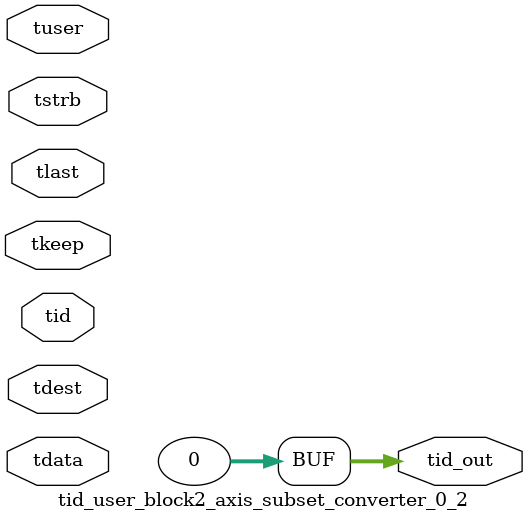
<source format=v>


`timescale 1ps/1ps

module tid_user_block2_axis_subset_converter_0_2 #
(
parameter C_S_AXIS_TID_WIDTH   = 1,
parameter C_S_AXIS_TUSER_WIDTH = 0,
parameter C_S_AXIS_TDATA_WIDTH = 0,
parameter C_S_AXIS_TDEST_WIDTH = 0,
parameter C_M_AXIS_TID_WIDTH   = 32
)
(
input  [(C_S_AXIS_TID_WIDTH   == 0 ? 1 : C_S_AXIS_TID_WIDTH)-1:0       ] tid,
input  [(C_S_AXIS_TDATA_WIDTH == 0 ? 1 : C_S_AXIS_TDATA_WIDTH)-1:0     ] tdata,
input  [(C_S_AXIS_TUSER_WIDTH == 0 ? 1 : C_S_AXIS_TUSER_WIDTH)-1:0     ] tuser,
input  [(C_S_AXIS_TDEST_WIDTH == 0 ? 1 : C_S_AXIS_TDEST_WIDTH)-1:0     ] tdest,
input  [(C_S_AXIS_TDATA_WIDTH/8)-1:0 ] tkeep,
input  [(C_S_AXIS_TDATA_WIDTH/8)-1:0 ] tstrb,
input                                                                    tlast,
output [(C_M_AXIS_TID_WIDTH   == 0 ? 1 : C_M_AXIS_TID_WIDTH)-1:0       ] tid_out
);

assign tid_out = {1'b0};

endmodule


</source>
